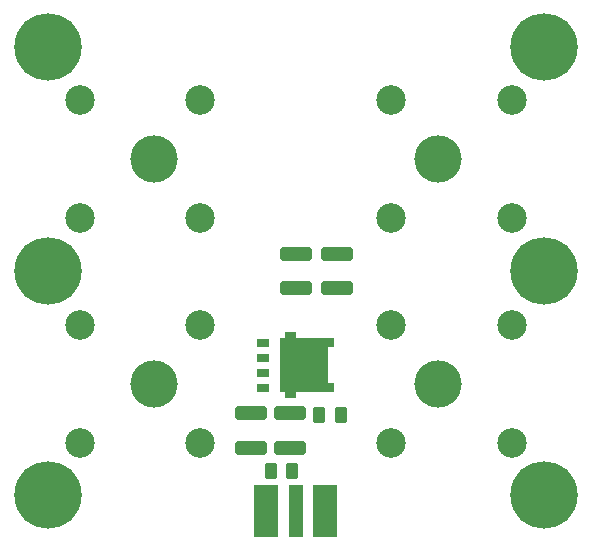
<source format=gts>
%TF.GenerationSoftware,KiCad,Pcbnew,7.0.9*%
%TF.CreationDate,2024-01-13T21:21:30+01:00*%
%TF.ProjectId,line_injector,6c696e65-5f69-46e6-9a65-63746f722e6b,rev?*%
%TF.SameCoordinates,Original*%
%TF.FileFunction,Soldermask,Top*%
%TF.FilePolarity,Negative*%
%FSLAX46Y46*%
G04 Gerber Fmt 4.6, Leading zero omitted, Abs format (unit mm)*
G04 Created by KiCad (PCBNEW 7.0.9) date 2024-01-13 21:21:30*
%MOMM*%
%LPD*%
G01*
G04 APERTURE LIST*
G04 Aperture macros list*
%AMRoundRect*
0 Rectangle with rounded corners*
0 $1 Rounding radius*
0 $2 $3 $4 $5 $6 $7 $8 $9 X,Y pos of 4 corners*
0 Add a 4 corners polygon primitive as box body*
4,1,4,$2,$3,$4,$5,$6,$7,$8,$9,$2,$3,0*
0 Add four circle primitives for the rounded corners*
1,1,$1+$1,$2,$3*
1,1,$1+$1,$4,$5*
1,1,$1+$1,$6,$7*
1,1,$1+$1,$8,$9*
0 Add four rect primitives between the rounded corners*
20,1,$1+$1,$2,$3,$4,$5,0*
20,1,$1+$1,$4,$5,$6,$7,0*
20,1,$1+$1,$6,$7,$8,$9,0*
20,1,$1+$1,$8,$9,$2,$3,0*%
%AMFreePoly0*
4,1,17,-1.530000,2.725000,1.530000,2.725000,1.530000,3.200000,2.280000,3.200000,2.280000,0.000000,2.775000,0.000000,2.775000,-0.905000,2.280000,-0.905000,2.280000,-1.330000,-2.280000,-1.330000,-2.280000,-0.905000,-2.775000,-0.905000,-2.775000,0.000000,-2.280000,0.000000,-2.280000,3.200000,-1.530000,3.200000,-1.530000,2.725000,-1.530000,2.725000,$1*%
G04 Aperture macros list end*
%ADD10C,5.700000*%
%ADD11RoundRect,0.250000X0.262500X0.450000X-0.262500X0.450000X-0.262500X-0.450000X0.262500X-0.450000X0*%
%ADD12R,1.000000X0.750000*%
%ADD13FreePoly0,270.000000*%
%ADD14C,2.500000*%
%ADD15C,4.000000*%
%ADD16R,1.200000X4.500000*%
%ADD17R,2.000000X4.500000*%
%ADD18RoundRect,0.250000X1.100000X-0.325000X1.100000X0.325000X-1.100000X0.325000X-1.100000X-0.325000X0*%
G04 APERTURE END LIST*
D10*
%TO.C,H6*%
X146000000Y-123000000D03*
%TD*%
%TO.C,H5*%
X146000000Y-142000000D03*
%TD*%
%TO.C,H4*%
X146000000Y-104000000D03*
%TD*%
%TO.C,H3*%
X104000000Y-142000000D03*
%TD*%
%TO.C,H2*%
X104000000Y-123000000D03*
%TD*%
%TO.C,H1*%
X104000000Y-104000000D03*
%TD*%
D11*
%TO.C,R2*%
X126987500Y-135200000D03*
X128812500Y-135200000D03*
%TD*%
%TO.C,R1*%
X124712500Y-139900000D03*
X122887500Y-139900000D03*
%TD*%
D12*
%TO.C,Q1*%
X122205000Y-129095000D03*
X122205000Y-130365000D03*
X122205000Y-131635000D03*
X122205000Y-132905000D03*
D13*
X125000000Y-131000000D03*
%TD*%
D14*
%TO.C,J5*%
X116900000Y-118500000D03*
X116900000Y-108500000D03*
D15*
X113000000Y-113500000D03*
D14*
X106700000Y-118500000D03*
X106700000Y-108500000D03*
%TD*%
%TO.C,J4*%
X116900000Y-137550000D03*
X116900000Y-127550000D03*
D15*
X113000000Y-132550000D03*
D14*
X106700000Y-137550000D03*
X106700000Y-127550000D03*
%TD*%
%TO.C,J3*%
X133100000Y-108500000D03*
X133100000Y-118500000D03*
D15*
X137000000Y-113500000D03*
D14*
X143300000Y-108500000D03*
X143300000Y-118500000D03*
%TD*%
D16*
%TO.C,J2*%
X125000000Y-143350000D03*
D17*
X127500000Y-143350000D03*
X122500000Y-143350000D03*
%TD*%
D14*
%TO.C,J1*%
X133100000Y-127550000D03*
X133100000Y-137550000D03*
D15*
X137000000Y-132550000D03*
D14*
X143300000Y-127550000D03*
X143300000Y-137550000D03*
%TD*%
D18*
%TO.C,C4*%
X125000000Y-124475000D03*
X125000000Y-121525000D03*
%TD*%
%TO.C,C3*%
X128500000Y-121525000D03*
X128500000Y-124475000D03*
%TD*%
%TO.C,C2*%
X124500000Y-137975000D03*
X124500000Y-135025000D03*
%TD*%
%TO.C,C1*%
X121200000Y-137975000D03*
X121200000Y-135025000D03*
%TD*%
M02*

</source>
